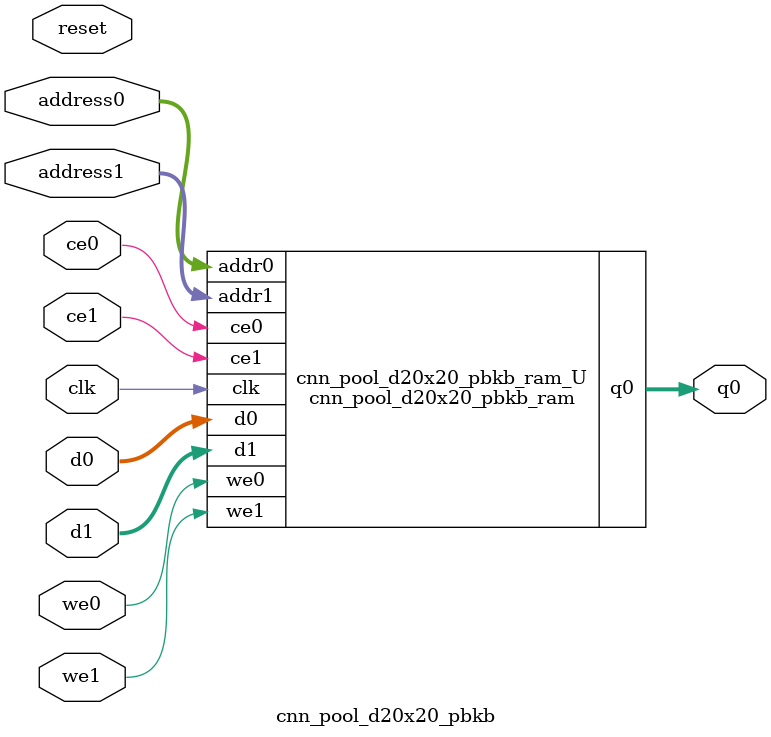
<source format=v>

`timescale 1 ns / 1 ps
module cnn_pool_d20x20_pbkb_ram (addr0, ce0, d0, we0, q0, addr1, ce1, d1, we1,  clk);

parameter DWIDTH = 32;
parameter AWIDTH = 5;
parameter MEM_SIZE = 20;

input[AWIDTH-1:0] addr0;
input ce0;
input[DWIDTH-1:0] d0;
input we0;
output reg[DWIDTH-1:0] q0;
input[AWIDTH-1:0] addr1;
input ce1;
input[DWIDTH-1:0] d1;
input we1;
input clk;

(* ram_style = "block" *)reg [DWIDTH-1:0] ram[0:MEM_SIZE-1];




always @(posedge clk)  
begin 
    if (ce0) 
    begin
        if (we0) 
        begin 
            ram[addr0] <= d0; 
            q0 <= d0;
        end 
        else 
            q0 <= ram[addr0];
    end
end


always @(posedge clk)  
begin 
    if (ce1) 
    begin
        if (we1) 
        begin 
            ram[addr1] <= d1; 
        end 
    end
end


endmodule


`timescale 1 ns / 1 ps
module cnn_pool_d20x20_pbkb(
    reset,
    clk,
    address0,
    ce0,
    we0,
    d0,
    q0,
    address1,
    ce1,
    we1,
    d1);

parameter DataWidth = 32'd32;
parameter AddressRange = 32'd20;
parameter AddressWidth = 32'd5;
input reset;
input clk;
input[AddressWidth - 1:0] address0;
input ce0;
input we0;
input[DataWidth - 1:0] d0;
output[DataWidth - 1:0] q0;
input[AddressWidth - 1:0] address1;
input ce1;
input we1;
input[DataWidth - 1:0] d1;



cnn_pool_d20x20_pbkb_ram cnn_pool_d20x20_pbkb_ram_U(
    .clk( clk ),
    .addr0( address0 ),
    .ce0( ce0 ),
    .d0( d0 ),
    .we0( we0 ),
    .q0( q0 ),
    .addr1( address1 ),
    .ce1( ce1 ),
    .d1( d1 ),
    .we1( we1 ));

endmodule


</source>
